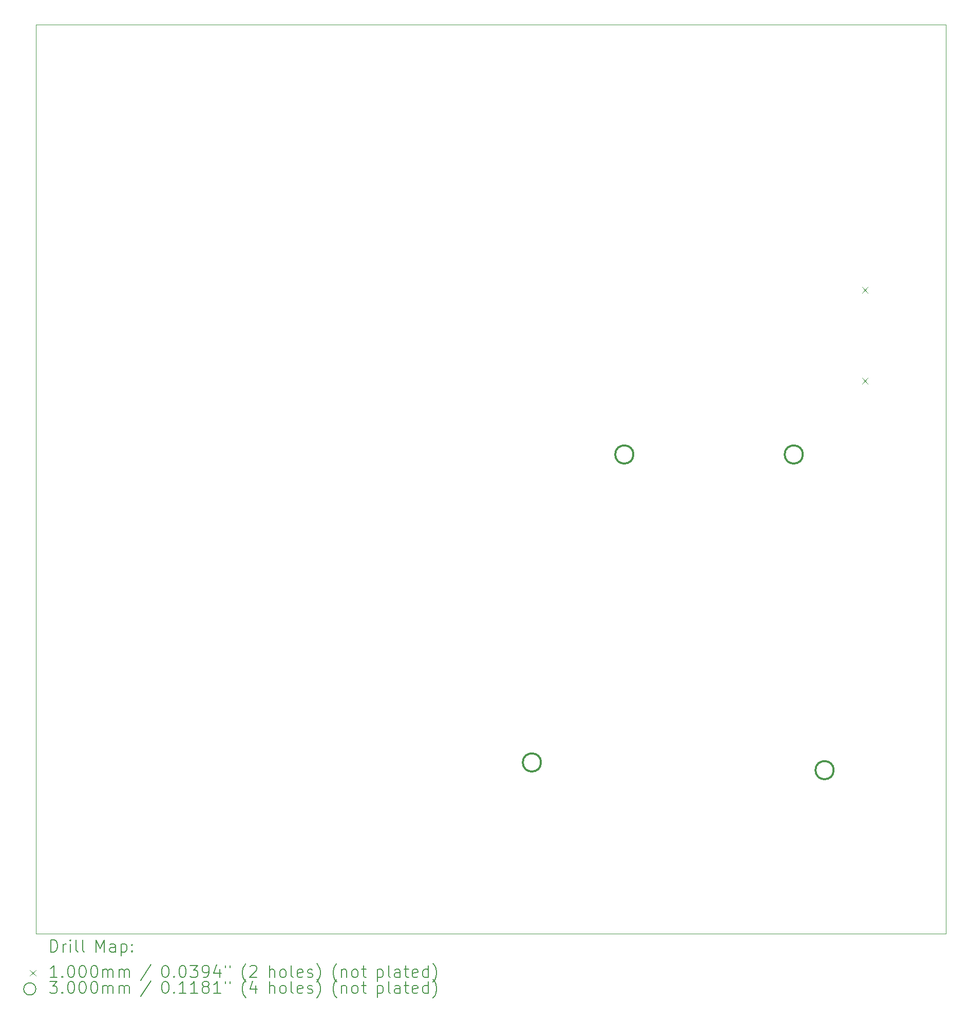
<source format=gbr>
%TF.GenerationSoftware,KiCad,Pcbnew,(7.0.0-0)*%
%TF.CreationDate,2024-05-06T17:20:06-04:00*%
%TF.ProjectId,BFieldArduino,42466965-6c64-4417-9264-75696e6f2e6b,rev?*%
%TF.SameCoordinates,Original*%
%TF.FileFunction,Drillmap*%
%TF.FilePolarity,Positive*%
%FSLAX45Y45*%
G04 Gerber Fmt 4.5, Leading zero omitted, Abs format (unit mm)*
G04 Created by KiCad (PCBNEW (7.0.0-0)) date 2024-05-06 17:20:06*
%MOMM*%
%LPD*%
G01*
G04 APERTURE LIST*
%ADD10C,0.100000*%
%ADD11C,0.200000*%
%ADD12C,0.300000*%
G04 APERTURE END LIST*
D10*
X7300000Y-1300000D02*
X22300000Y-1300000D01*
X22300000Y-1300000D02*
X22300000Y-16300000D01*
X22300000Y-16300000D02*
X7300000Y-16300000D01*
X7300000Y-16300000D02*
X7300000Y-1300000D01*
D11*
D10*
X20916000Y-5628000D02*
X21016000Y-5728000D01*
X21016000Y-5628000D02*
X20916000Y-5728000D01*
X20916000Y-7128000D02*
X21016000Y-7228000D01*
X21016000Y-7128000D02*
X20916000Y-7228000D01*
D12*
X15624000Y-13473000D02*
G75*
G03*
X15624000Y-13473000I-150000J0D01*
G01*
X17148000Y-8393000D02*
G75*
G03*
X17148000Y-8393000I-150000J0D01*
G01*
X19942000Y-8393000D02*
G75*
G03*
X19942000Y-8393000I-150000J0D01*
G01*
X20450000Y-13600000D02*
G75*
G03*
X20450000Y-13600000I-150000J0D01*
G01*
D11*
X7542619Y-16598476D02*
X7542619Y-16398476D01*
X7542619Y-16398476D02*
X7590238Y-16398476D01*
X7590238Y-16398476D02*
X7618809Y-16408000D01*
X7618809Y-16408000D02*
X7637857Y-16427048D01*
X7637857Y-16427048D02*
X7647381Y-16446095D01*
X7647381Y-16446095D02*
X7656905Y-16484190D01*
X7656905Y-16484190D02*
X7656905Y-16512762D01*
X7656905Y-16512762D02*
X7647381Y-16550857D01*
X7647381Y-16550857D02*
X7637857Y-16569905D01*
X7637857Y-16569905D02*
X7618809Y-16588952D01*
X7618809Y-16588952D02*
X7590238Y-16598476D01*
X7590238Y-16598476D02*
X7542619Y-16598476D01*
X7742619Y-16598476D02*
X7742619Y-16465143D01*
X7742619Y-16503238D02*
X7752143Y-16484190D01*
X7752143Y-16484190D02*
X7761667Y-16474667D01*
X7761667Y-16474667D02*
X7780714Y-16465143D01*
X7780714Y-16465143D02*
X7799762Y-16465143D01*
X7866428Y-16598476D02*
X7866428Y-16465143D01*
X7866428Y-16398476D02*
X7856905Y-16408000D01*
X7856905Y-16408000D02*
X7866428Y-16417524D01*
X7866428Y-16417524D02*
X7875952Y-16408000D01*
X7875952Y-16408000D02*
X7866428Y-16398476D01*
X7866428Y-16398476D02*
X7866428Y-16417524D01*
X7990238Y-16598476D02*
X7971190Y-16588952D01*
X7971190Y-16588952D02*
X7961667Y-16569905D01*
X7961667Y-16569905D02*
X7961667Y-16398476D01*
X8095000Y-16598476D02*
X8075952Y-16588952D01*
X8075952Y-16588952D02*
X8066428Y-16569905D01*
X8066428Y-16569905D02*
X8066428Y-16398476D01*
X8291190Y-16598476D02*
X8291190Y-16398476D01*
X8291190Y-16398476D02*
X8357857Y-16541333D01*
X8357857Y-16541333D02*
X8424524Y-16398476D01*
X8424524Y-16398476D02*
X8424524Y-16598476D01*
X8605476Y-16598476D02*
X8605476Y-16493714D01*
X8605476Y-16493714D02*
X8595952Y-16474667D01*
X8595952Y-16474667D02*
X8576905Y-16465143D01*
X8576905Y-16465143D02*
X8538809Y-16465143D01*
X8538809Y-16465143D02*
X8519762Y-16474667D01*
X8605476Y-16588952D02*
X8586429Y-16598476D01*
X8586429Y-16598476D02*
X8538809Y-16598476D01*
X8538809Y-16598476D02*
X8519762Y-16588952D01*
X8519762Y-16588952D02*
X8510238Y-16569905D01*
X8510238Y-16569905D02*
X8510238Y-16550857D01*
X8510238Y-16550857D02*
X8519762Y-16531809D01*
X8519762Y-16531809D02*
X8538809Y-16522286D01*
X8538809Y-16522286D02*
X8586429Y-16522286D01*
X8586429Y-16522286D02*
X8605476Y-16512762D01*
X8700714Y-16465143D02*
X8700714Y-16665143D01*
X8700714Y-16474667D02*
X8719762Y-16465143D01*
X8719762Y-16465143D02*
X8757857Y-16465143D01*
X8757857Y-16465143D02*
X8776905Y-16474667D01*
X8776905Y-16474667D02*
X8786429Y-16484190D01*
X8786429Y-16484190D02*
X8795952Y-16503238D01*
X8795952Y-16503238D02*
X8795952Y-16560381D01*
X8795952Y-16560381D02*
X8786429Y-16579428D01*
X8786429Y-16579428D02*
X8776905Y-16588952D01*
X8776905Y-16588952D02*
X8757857Y-16598476D01*
X8757857Y-16598476D02*
X8719762Y-16598476D01*
X8719762Y-16598476D02*
X8700714Y-16588952D01*
X8881667Y-16579428D02*
X8891190Y-16588952D01*
X8891190Y-16588952D02*
X8881667Y-16598476D01*
X8881667Y-16598476D02*
X8872143Y-16588952D01*
X8872143Y-16588952D02*
X8881667Y-16579428D01*
X8881667Y-16579428D02*
X8881667Y-16598476D01*
X8881667Y-16474667D02*
X8891190Y-16484190D01*
X8891190Y-16484190D02*
X8881667Y-16493714D01*
X8881667Y-16493714D02*
X8872143Y-16484190D01*
X8872143Y-16484190D02*
X8881667Y-16474667D01*
X8881667Y-16474667D02*
X8881667Y-16493714D01*
D10*
X7195000Y-16895000D02*
X7295000Y-16995000D01*
X7295000Y-16895000D02*
X7195000Y-16995000D01*
D11*
X7647381Y-17018476D02*
X7533095Y-17018476D01*
X7590238Y-17018476D02*
X7590238Y-16818476D01*
X7590238Y-16818476D02*
X7571190Y-16847048D01*
X7571190Y-16847048D02*
X7552143Y-16866095D01*
X7552143Y-16866095D02*
X7533095Y-16875619D01*
X7733095Y-16999429D02*
X7742619Y-17008952D01*
X7742619Y-17008952D02*
X7733095Y-17018476D01*
X7733095Y-17018476D02*
X7723571Y-17008952D01*
X7723571Y-17008952D02*
X7733095Y-16999429D01*
X7733095Y-16999429D02*
X7733095Y-17018476D01*
X7866428Y-16818476D02*
X7885476Y-16818476D01*
X7885476Y-16818476D02*
X7904524Y-16828000D01*
X7904524Y-16828000D02*
X7914048Y-16837524D01*
X7914048Y-16837524D02*
X7923571Y-16856571D01*
X7923571Y-16856571D02*
X7933095Y-16894667D01*
X7933095Y-16894667D02*
X7933095Y-16942286D01*
X7933095Y-16942286D02*
X7923571Y-16980381D01*
X7923571Y-16980381D02*
X7914048Y-16999429D01*
X7914048Y-16999429D02*
X7904524Y-17008952D01*
X7904524Y-17008952D02*
X7885476Y-17018476D01*
X7885476Y-17018476D02*
X7866428Y-17018476D01*
X7866428Y-17018476D02*
X7847381Y-17008952D01*
X7847381Y-17008952D02*
X7837857Y-16999429D01*
X7837857Y-16999429D02*
X7828333Y-16980381D01*
X7828333Y-16980381D02*
X7818809Y-16942286D01*
X7818809Y-16942286D02*
X7818809Y-16894667D01*
X7818809Y-16894667D02*
X7828333Y-16856571D01*
X7828333Y-16856571D02*
X7837857Y-16837524D01*
X7837857Y-16837524D02*
X7847381Y-16828000D01*
X7847381Y-16828000D02*
X7866428Y-16818476D01*
X8056905Y-16818476D02*
X8075952Y-16818476D01*
X8075952Y-16818476D02*
X8095000Y-16828000D01*
X8095000Y-16828000D02*
X8104524Y-16837524D01*
X8104524Y-16837524D02*
X8114048Y-16856571D01*
X8114048Y-16856571D02*
X8123571Y-16894667D01*
X8123571Y-16894667D02*
X8123571Y-16942286D01*
X8123571Y-16942286D02*
X8114048Y-16980381D01*
X8114048Y-16980381D02*
X8104524Y-16999429D01*
X8104524Y-16999429D02*
X8095000Y-17008952D01*
X8095000Y-17008952D02*
X8075952Y-17018476D01*
X8075952Y-17018476D02*
X8056905Y-17018476D01*
X8056905Y-17018476D02*
X8037857Y-17008952D01*
X8037857Y-17008952D02*
X8028333Y-16999429D01*
X8028333Y-16999429D02*
X8018809Y-16980381D01*
X8018809Y-16980381D02*
X8009286Y-16942286D01*
X8009286Y-16942286D02*
X8009286Y-16894667D01*
X8009286Y-16894667D02*
X8018809Y-16856571D01*
X8018809Y-16856571D02*
X8028333Y-16837524D01*
X8028333Y-16837524D02*
X8037857Y-16828000D01*
X8037857Y-16828000D02*
X8056905Y-16818476D01*
X8247381Y-16818476D02*
X8266429Y-16818476D01*
X8266429Y-16818476D02*
X8285476Y-16828000D01*
X8285476Y-16828000D02*
X8295000Y-16837524D01*
X8295000Y-16837524D02*
X8304524Y-16856571D01*
X8304524Y-16856571D02*
X8314048Y-16894667D01*
X8314048Y-16894667D02*
X8314048Y-16942286D01*
X8314048Y-16942286D02*
X8304524Y-16980381D01*
X8304524Y-16980381D02*
X8295000Y-16999429D01*
X8295000Y-16999429D02*
X8285476Y-17008952D01*
X8285476Y-17008952D02*
X8266429Y-17018476D01*
X8266429Y-17018476D02*
X8247381Y-17018476D01*
X8247381Y-17018476D02*
X8228333Y-17008952D01*
X8228333Y-17008952D02*
X8218809Y-16999429D01*
X8218809Y-16999429D02*
X8209286Y-16980381D01*
X8209286Y-16980381D02*
X8199762Y-16942286D01*
X8199762Y-16942286D02*
X8199762Y-16894667D01*
X8199762Y-16894667D02*
X8209286Y-16856571D01*
X8209286Y-16856571D02*
X8218809Y-16837524D01*
X8218809Y-16837524D02*
X8228333Y-16828000D01*
X8228333Y-16828000D02*
X8247381Y-16818476D01*
X8399762Y-17018476D02*
X8399762Y-16885143D01*
X8399762Y-16904190D02*
X8409286Y-16894667D01*
X8409286Y-16894667D02*
X8428333Y-16885143D01*
X8428333Y-16885143D02*
X8456905Y-16885143D01*
X8456905Y-16885143D02*
X8475952Y-16894667D01*
X8475952Y-16894667D02*
X8485476Y-16913714D01*
X8485476Y-16913714D02*
X8485476Y-17018476D01*
X8485476Y-16913714D02*
X8495000Y-16894667D01*
X8495000Y-16894667D02*
X8514048Y-16885143D01*
X8514048Y-16885143D02*
X8542619Y-16885143D01*
X8542619Y-16885143D02*
X8561667Y-16894667D01*
X8561667Y-16894667D02*
X8571191Y-16913714D01*
X8571191Y-16913714D02*
X8571191Y-17018476D01*
X8666429Y-17018476D02*
X8666429Y-16885143D01*
X8666429Y-16904190D02*
X8675952Y-16894667D01*
X8675952Y-16894667D02*
X8695000Y-16885143D01*
X8695000Y-16885143D02*
X8723572Y-16885143D01*
X8723572Y-16885143D02*
X8742619Y-16894667D01*
X8742619Y-16894667D02*
X8752143Y-16913714D01*
X8752143Y-16913714D02*
X8752143Y-17018476D01*
X8752143Y-16913714D02*
X8761667Y-16894667D01*
X8761667Y-16894667D02*
X8780714Y-16885143D01*
X8780714Y-16885143D02*
X8809286Y-16885143D01*
X8809286Y-16885143D02*
X8828333Y-16894667D01*
X8828333Y-16894667D02*
X8837857Y-16913714D01*
X8837857Y-16913714D02*
X8837857Y-17018476D01*
X9195952Y-16808952D02*
X9024524Y-17066095D01*
X9420714Y-16818476D02*
X9439762Y-16818476D01*
X9439762Y-16818476D02*
X9458810Y-16828000D01*
X9458810Y-16828000D02*
X9468333Y-16837524D01*
X9468333Y-16837524D02*
X9477857Y-16856571D01*
X9477857Y-16856571D02*
X9487381Y-16894667D01*
X9487381Y-16894667D02*
X9487381Y-16942286D01*
X9487381Y-16942286D02*
X9477857Y-16980381D01*
X9477857Y-16980381D02*
X9468333Y-16999429D01*
X9468333Y-16999429D02*
X9458810Y-17008952D01*
X9458810Y-17008952D02*
X9439762Y-17018476D01*
X9439762Y-17018476D02*
X9420714Y-17018476D01*
X9420714Y-17018476D02*
X9401667Y-17008952D01*
X9401667Y-17008952D02*
X9392143Y-16999429D01*
X9392143Y-16999429D02*
X9382619Y-16980381D01*
X9382619Y-16980381D02*
X9373095Y-16942286D01*
X9373095Y-16942286D02*
X9373095Y-16894667D01*
X9373095Y-16894667D02*
X9382619Y-16856571D01*
X9382619Y-16856571D02*
X9392143Y-16837524D01*
X9392143Y-16837524D02*
X9401667Y-16828000D01*
X9401667Y-16828000D02*
X9420714Y-16818476D01*
X9573095Y-16999429D02*
X9582619Y-17008952D01*
X9582619Y-17008952D02*
X9573095Y-17018476D01*
X9573095Y-17018476D02*
X9563572Y-17008952D01*
X9563572Y-17008952D02*
X9573095Y-16999429D01*
X9573095Y-16999429D02*
X9573095Y-17018476D01*
X9706429Y-16818476D02*
X9725476Y-16818476D01*
X9725476Y-16818476D02*
X9744524Y-16828000D01*
X9744524Y-16828000D02*
X9754048Y-16837524D01*
X9754048Y-16837524D02*
X9763572Y-16856571D01*
X9763572Y-16856571D02*
X9773095Y-16894667D01*
X9773095Y-16894667D02*
X9773095Y-16942286D01*
X9773095Y-16942286D02*
X9763572Y-16980381D01*
X9763572Y-16980381D02*
X9754048Y-16999429D01*
X9754048Y-16999429D02*
X9744524Y-17008952D01*
X9744524Y-17008952D02*
X9725476Y-17018476D01*
X9725476Y-17018476D02*
X9706429Y-17018476D01*
X9706429Y-17018476D02*
X9687381Y-17008952D01*
X9687381Y-17008952D02*
X9677857Y-16999429D01*
X9677857Y-16999429D02*
X9668333Y-16980381D01*
X9668333Y-16980381D02*
X9658810Y-16942286D01*
X9658810Y-16942286D02*
X9658810Y-16894667D01*
X9658810Y-16894667D02*
X9668333Y-16856571D01*
X9668333Y-16856571D02*
X9677857Y-16837524D01*
X9677857Y-16837524D02*
X9687381Y-16828000D01*
X9687381Y-16828000D02*
X9706429Y-16818476D01*
X9839762Y-16818476D02*
X9963572Y-16818476D01*
X9963572Y-16818476D02*
X9896905Y-16894667D01*
X9896905Y-16894667D02*
X9925476Y-16894667D01*
X9925476Y-16894667D02*
X9944524Y-16904190D01*
X9944524Y-16904190D02*
X9954048Y-16913714D01*
X9954048Y-16913714D02*
X9963572Y-16932762D01*
X9963572Y-16932762D02*
X9963572Y-16980381D01*
X9963572Y-16980381D02*
X9954048Y-16999429D01*
X9954048Y-16999429D02*
X9944524Y-17008952D01*
X9944524Y-17008952D02*
X9925476Y-17018476D01*
X9925476Y-17018476D02*
X9868333Y-17018476D01*
X9868333Y-17018476D02*
X9849286Y-17008952D01*
X9849286Y-17008952D02*
X9839762Y-16999429D01*
X10058810Y-17018476D02*
X10096905Y-17018476D01*
X10096905Y-17018476D02*
X10115953Y-17008952D01*
X10115953Y-17008952D02*
X10125476Y-16999429D01*
X10125476Y-16999429D02*
X10144524Y-16970857D01*
X10144524Y-16970857D02*
X10154048Y-16932762D01*
X10154048Y-16932762D02*
X10154048Y-16856571D01*
X10154048Y-16856571D02*
X10144524Y-16837524D01*
X10144524Y-16837524D02*
X10135000Y-16828000D01*
X10135000Y-16828000D02*
X10115953Y-16818476D01*
X10115953Y-16818476D02*
X10077857Y-16818476D01*
X10077857Y-16818476D02*
X10058810Y-16828000D01*
X10058810Y-16828000D02*
X10049286Y-16837524D01*
X10049286Y-16837524D02*
X10039762Y-16856571D01*
X10039762Y-16856571D02*
X10039762Y-16904190D01*
X10039762Y-16904190D02*
X10049286Y-16923238D01*
X10049286Y-16923238D02*
X10058810Y-16932762D01*
X10058810Y-16932762D02*
X10077857Y-16942286D01*
X10077857Y-16942286D02*
X10115953Y-16942286D01*
X10115953Y-16942286D02*
X10135000Y-16932762D01*
X10135000Y-16932762D02*
X10144524Y-16923238D01*
X10144524Y-16923238D02*
X10154048Y-16904190D01*
X10325476Y-16885143D02*
X10325476Y-17018476D01*
X10277857Y-16808952D02*
X10230238Y-16951810D01*
X10230238Y-16951810D02*
X10354048Y-16951810D01*
X10420714Y-16818476D02*
X10420714Y-16856571D01*
X10496905Y-16818476D02*
X10496905Y-16856571D01*
X10759762Y-17094667D02*
X10750238Y-17085143D01*
X10750238Y-17085143D02*
X10731191Y-17056571D01*
X10731191Y-17056571D02*
X10721667Y-17037524D01*
X10721667Y-17037524D02*
X10712143Y-17008952D01*
X10712143Y-17008952D02*
X10702619Y-16961333D01*
X10702619Y-16961333D02*
X10702619Y-16923238D01*
X10702619Y-16923238D02*
X10712143Y-16875619D01*
X10712143Y-16875619D02*
X10721667Y-16847048D01*
X10721667Y-16847048D02*
X10731191Y-16828000D01*
X10731191Y-16828000D02*
X10750238Y-16799429D01*
X10750238Y-16799429D02*
X10759762Y-16789905D01*
X10826429Y-16837524D02*
X10835953Y-16828000D01*
X10835953Y-16828000D02*
X10855000Y-16818476D01*
X10855000Y-16818476D02*
X10902619Y-16818476D01*
X10902619Y-16818476D02*
X10921667Y-16828000D01*
X10921667Y-16828000D02*
X10931191Y-16837524D01*
X10931191Y-16837524D02*
X10940714Y-16856571D01*
X10940714Y-16856571D02*
X10940714Y-16875619D01*
X10940714Y-16875619D02*
X10931191Y-16904190D01*
X10931191Y-16904190D02*
X10816905Y-17018476D01*
X10816905Y-17018476D02*
X10940714Y-17018476D01*
X11146429Y-17018476D02*
X11146429Y-16818476D01*
X11232143Y-17018476D02*
X11232143Y-16913714D01*
X11232143Y-16913714D02*
X11222619Y-16894667D01*
X11222619Y-16894667D02*
X11203572Y-16885143D01*
X11203572Y-16885143D02*
X11175000Y-16885143D01*
X11175000Y-16885143D02*
X11155953Y-16894667D01*
X11155953Y-16894667D02*
X11146429Y-16904190D01*
X11355952Y-17018476D02*
X11336905Y-17008952D01*
X11336905Y-17008952D02*
X11327381Y-16999429D01*
X11327381Y-16999429D02*
X11317857Y-16980381D01*
X11317857Y-16980381D02*
X11317857Y-16923238D01*
X11317857Y-16923238D02*
X11327381Y-16904190D01*
X11327381Y-16904190D02*
X11336905Y-16894667D01*
X11336905Y-16894667D02*
X11355952Y-16885143D01*
X11355952Y-16885143D02*
X11384524Y-16885143D01*
X11384524Y-16885143D02*
X11403572Y-16894667D01*
X11403572Y-16894667D02*
X11413095Y-16904190D01*
X11413095Y-16904190D02*
X11422619Y-16923238D01*
X11422619Y-16923238D02*
X11422619Y-16980381D01*
X11422619Y-16980381D02*
X11413095Y-16999429D01*
X11413095Y-16999429D02*
X11403572Y-17008952D01*
X11403572Y-17008952D02*
X11384524Y-17018476D01*
X11384524Y-17018476D02*
X11355952Y-17018476D01*
X11536905Y-17018476D02*
X11517857Y-17008952D01*
X11517857Y-17008952D02*
X11508333Y-16989905D01*
X11508333Y-16989905D02*
X11508333Y-16818476D01*
X11689286Y-17008952D02*
X11670238Y-17018476D01*
X11670238Y-17018476D02*
X11632143Y-17018476D01*
X11632143Y-17018476D02*
X11613095Y-17008952D01*
X11613095Y-17008952D02*
X11603572Y-16989905D01*
X11603572Y-16989905D02*
X11603572Y-16913714D01*
X11603572Y-16913714D02*
X11613095Y-16894667D01*
X11613095Y-16894667D02*
X11632143Y-16885143D01*
X11632143Y-16885143D02*
X11670238Y-16885143D01*
X11670238Y-16885143D02*
X11689286Y-16894667D01*
X11689286Y-16894667D02*
X11698810Y-16913714D01*
X11698810Y-16913714D02*
X11698810Y-16932762D01*
X11698810Y-16932762D02*
X11603572Y-16951810D01*
X11775000Y-17008952D02*
X11794048Y-17018476D01*
X11794048Y-17018476D02*
X11832143Y-17018476D01*
X11832143Y-17018476D02*
X11851191Y-17008952D01*
X11851191Y-17008952D02*
X11860714Y-16989905D01*
X11860714Y-16989905D02*
X11860714Y-16980381D01*
X11860714Y-16980381D02*
X11851191Y-16961333D01*
X11851191Y-16961333D02*
X11832143Y-16951810D01*
X11832143Y-16951810D02*
X11803572Y-16951810D01*
X11803572Y-16951810D02*
X11784524Y-16942286D01*
X11784524Y-16942286D02*
X11775000Y-16923238D01*
X11775000Y-16923238D02*
X11775000Y-16913714D01*
X11775000Y-16913714D02*
X11784524Y-16894667D01*
X11784524Y-16894667D02*
X11803572Y-16885143D01*
X11803572Y-16885143D02*
X11832143Y-16885143D01*
X11832143Y-16885143D02*
X11851191Y-16894667D01*
X11927381Y-17094667D02*
X11936905Y-17085143D01*
X11936905Y-17085143D02*
X11955953Y-17056571D01*
X11955953Y-17056571D02*
X11965476Y-17037524D01*
X11965476Y-17037524D02*
X11975000Y-17008952D01*
X11975000Y-17008952D02*
X11984524Y-16961333D01*
X11984524Y-16961333D02*
X11984524Y-16923238D01*
X11984524Y-16923238D02*
X11975000Y-16875619D01*
X11975000Y-16875619D02*
X11965476Y-16847048D01*
X11965476Y-16847048D02*
X11955953Y-16828000D01*
X11955953Y-16828000D02*
X11936905Y-16799429D01*
X11936905Y-16799429D02*
X11927381Y-16789905D01*
X12256905Y-17094667D02*
X12247381Y-17085143D01*
X12247381Y-17085143D02*
X12228333Y-17056571D01*
X12228333Y-17056571D02*
X12218810Y-17037524D01*
X12218810Y-17037524D02*
X12209286Y-17008952D01*
X12209286Y-17008952D02*
X12199762Y-16961333D01*
X12199762Y-16961333D02*
X12199762Y-16923238D01*
X12199762Y-16923238D02*
X12209286Y-16875619D01*
X12209286Y-16875619D02*
X12218810Y-16847048D01*
X12218810Y-16847048D02*
X12228333Y-16828000D01*
X12228333Y-16828000D02*
X12247381Y-16799429D01*
X12247381Y-16799429D02*
X12256905Y-16789905D01*
X12333095Y-16885143D02*
X12333095Y-17018476D01*
X12333095Y-16904190D02*
X12342619Y-16894667D01*
X12342619Y-16894667D02*
X12361667Y-16885143D01*
X12361667Y-16885143D02*
X12390238Y-16885143D01*
X12390238Y-16885143D02*
X12409286Y-16894667D01*
X12409286Y-16894667D02*
X12418810Y-16913714D01*
X12418810Y-16913714D02*
X12418810Y-17018476D01*
X12542619Y-17018476D02*
X12523572Y-17008952D01*
X12523572Y-17008952D02*
X12514048Y-16999429D01*
X12514048Y-16999429D02*
X12504524Y-16980381D01*
X12504524Y-16980381D02*
X12504524Y-16923238D01*
X12504524Y-16923238D02*
X12514048Y-16904190D01*
X12514048Y-16904190D02*
X12523572Y-16894667D01*
X12523572Y-16894667D02*
X12542619Y-16885143D01*
X12542619Y-16885143D02*
X12571191Y-16885143D01*
X12571191Y-16885143D02*
X12590238Y-16894667D01*
X12590238Y-16894667D02*
X12599762Y-16904190D01*
X12599762Y-16904190D02*
X12609286Y-16923238D01*
X12609286Y-16923238D02*
X12609286Y-16980381D01*
X12609286Y-16980381D02*
X12599762Y-16999429D01*
X12599762Y-16999429D02*
X12590238Y-17008952D01*
X12590238Y-17008952D02*
X12571191Y-17018476D01*
X12571191Y-17018476D02*
X12542619Y-17018476D01*
X12666429Y-16885143D02*
X12742619Y-16885143D01*
X12695000Y-16818476D02*
X12695000Y-16989905D01*
X12695000Y-16989905D02*
X12704524Y-17008952D01*
X12704524Y-17008952D02*
X12723572Y-17018476D01*
X12723572Y-17018476D02*
X12742619Y-17018476D01*
X12929286Y-16885143D02*
X12929286Y-17085143D01*
X12929286Y-16894667D02*
X12948333Y-16885143D01*
X12948333Y-16885143D02*
X12986429Y-16885143D01*
X12986429Y-16885143D02*
X13005476Y-16894667D01*
X13005476Y-16894667D02*
X13015000Y-16904190D01*
X13015000Y-16904190D02*
X13024524Y-16923238D01*
X13024524Y-16923238D02*
X13024524Y-16980381D01*
X13024524Y-16980381D02*
X13015000Y-16999429D01*
X13015000Y-16999429D02*
X13005476Y-17008952D01*
X13005476Y-17008952D02*
X12986429Y-17018476D01*
X12986429Y-17018476D02*
X12948333Y-17018476D01*
X12948333Y-17018476D02*
X12929286Y-17008952D01*
X13138810Y-17018476D02*
X13119762Y-17008952D01*
X13119762Y-17008952D02*
X13110238Y-16989905D01*
X13110238Y-16989905D02*
X13110238Y-16818476D01*
X13300714Y-17018476D02*
X13300714Y-16913714D01*
X13300714Y-16913714D02*
X13291191Y-16894667D01*
X13291191Y-16894667D02*
X13272143Y-16885143D01*
X13272143Y-16885143D02*
X13234048Y-16885143D01*
X13234048Y-16885143D02*
X13215000Y-16894667D01*
X13300714Y-17008952D02*
X13281667Y-17018476D01*
X13281667Y-17018476D02*
X13234048Y-17018476D01*
X13234048Y-17018476D02*
X13215000Y-17008952D01*
X13215000Y-17008952D02*
X13205476Y-16989905D01*
X13205476Y-16989905D02*
X13205476Y-16970857D01*
X13205476Y-16970857D02*
X13215000Y-16951810D01*
X13215000Y-16951810D02*
X13234048Y-16942286D01*
X13234048Y-16942286D02*
X13281667Y-16942286D01*
X13281667Y-16942286D02*
X13300714Y-16932762D01*
X13367381Y-16885143D02*
X13443572Y-16885143D01*
X13395953Y-16818476D02*
X13395953Y-16989905D01*
X13395953Y-16989905D02*
X13405476Y-17008952D01*
X13405476Y-17008952D02*
X13424524Y-17018476D01*
X13424524Y-17018476D02*
X13443572Y-17018476D01*
X13586429Y-17008952D02*
X13567381Y-17018476D01*
X13567381Y-17018476D02*
X13529286Y-17018476D01*
X13529286Y-17018476D02*
X13510238Y-17008952D01*
X13510238Y-17008952D02*
X13500714Y-16989905D01*
X13500714Y-16989905D02*
X13500714Y-16913714D01*
X13500714Y-16913714D02*
X13510238Y-16894667D01*
X13510238Y-16894667D02*
X13529286Y-16885143D01*
X13529286Y-16885143D02*
X13567381Y-16885143D01*
X13567381Y-16885143D02*
X13586429Y-16894667D01*
X13586429Y-16894667D02*
X13595953Y-16913714D01*
X13595953Y-16913714D02*
X13595953Y-16932762D01*
X13595953Y-16932762D02*
X13500714Y-16951810D01*
X13767381Y-17018476D02*
X13767381Y-16818476D01*
X13767381Y-17008952D02*
X13748334Y-17018476D01*
X13748334Y-17018476D02*
X13710238Y-17018476D01*
X13710238Y-17018476D02*
X13691191Y-17008952D01*
X13691191Y-17008952D02*
X13681667Y-16999429D01*
X13681667Y-16999429D02*
X13672143Y-16980381D01*
X13672143Y-16980381D02*
X13672143Y-16923238D01*
X13672143Y-16923238D02*
X13681667Y-16904190D01*
X13681667Y-16904190D02*
X13691191Y-16894667D01*
X13691191Y-16894667D02*
X13710238Y-16885143D01*
X13710238Y-16885143D02*
X13748334Y-16885143D01*
X13748334Y-16885143D02*
X13767381Y-16894667D01*
X13843572Y-17094667D02*
X13853095Y-17085143D01*
X13853095Y-17085143D02*
X13872143Y-17056571D01*
X13872143Y-17056571D02*
X13881667Y-17037524D01*
X13881667Y-17037524D02*
X13891191Y-17008952D01*
X13891191Y-17008952D02*
X13900714Y-16961333D01*
X13900714Y-16961333D02*
X13900714Y-16923238D01*
X13900714Y-16923238D02*
X13891191Y-16875619D01*
X13891191Y-16875619D02*
X13881667Y-16847048D01*
X13881667Y-16847048D02*
X13872143Y-16828000D01*
X13872143Y-16828000D02*
X13853095Y-16799429D01*
X13853095Y-16799429D02*
X13843572Y-16789905D01*
X7295000Y-17209000D02*
G75*
G03*
X7295000Y-17209000I-100000J0D01*
G01*
X7523571Y-17082476D02*
X7647381Y-17082476D01*
X7647381Y-17082476D02*
X7580714Y-17158667D01*
X7580714Y-17158667D02*
X7609286Y-17158667D01*
X7609286Y-17158667D02*
X7628333Y-17168190D01*
X7628333Y-17168190D02*
X7637857Y-17177714D01*
X7637857Y-17177714D02*
X7647381Y-17196762D01*
X7647381Y-17196762D02*
X7647381Y-17244381D01*
X7647381Y-17244381D02*
X7637857Y-17263429D01*
X7637857Y-17263429D02*
X7628333Y-17272952D01*
X7628333Y-17272952D02*
X7609286Y-17282476D01*
X7609286Y-17282476D02*
X7552143Y-17282476D01*
X7552143Y-17282476D02*
X7533095Y-17272952D01*
X7533095Y-17272952D02*
X7523571Y-17263429D01*
X7733095Y-17263429D02*
X7742619Y-17272952D01*
X7742619Y-17272952D02*
X7733095Y-17282476D01*
X7733095Y-17282476D02*
X7723571Y-17272952D01*
X7723571Y-17272952D02*
X7733095Y-17263429D01*
X7733095Y-17263429D02*
X7733095Y-17282476D01*
X7866428Y-17082476D02*
X7885476Y-17082476D01*
X7885476Y-17082476D02*
X7904524Y-17092000D01*
X7904524Y-17092000D02*
X7914048Y-17101524D01*
X7914048Y-17101524D02*
X7923571Y-17120571D01*
X7923571Y-17120571D02*
X7933095Y-17158667D01*
X7933095Y-17158667D02*
X7933095Y-17206286D01*
X7933095Y-17206286D02*
X7923571Y-17244381D01*
X7923571Y-17244381D02*
X7914048Y-17263429D01*
X7914048Y-17263429D02*
X7904524Y-17272952D01*
X7904524Y-17272952D02*
X7885476Y-17282476D01*
X7885476Y-17282476D02*
X7866428Y-17282476D01*
X7866428Y-17282476D02*
X7847381Y-17272952D01*
X7847381Y-17272952D02*
X7837857Y-17263429D01*
X7837857Y-17263429D02*
X7828333Y-17244381D01*
X7828333Y-17244381D02*
X7818809Y-17206286D01*
X7818809Y-17206286D02*
X7818809Y-17158667D01*
X7818809Y-17158667D02*
X7828333Y-17120571D01*
X7828333Y-17120571D02*
X7837857Y-17101524D01*
X7837857Y-17101524D02*
X7847381Y-17092000D01*
X7847381Y-17092000D02*
X7866428Y-17082476D01*
X8056905Y-17082476D02*
X8075952Y-17082476D01*
X8075952Y-17082476D02*
X8095000Y-17092000D01*
X8095000Y-17092000D02*
X8104524Y-17101524D01*
X8104524Y-17101524D02*
X8114048Y-17120571D01*
X8114048Y-17120571D02*
X8123571Y-17158667D01*
X8123571Y-17158667D02*
X8123571Y-17206286D01*
X8123571Y-17206286D02*
X8114048Y-17244381D01*
X8114048Y-17244381D02*
X8104524Y-17263429D01*
X8104524Y-17263429D02*
X8095000Y-17272952D01*
X8095000Y-17272952D02*
X8075952Y-17282476D01*
X8075952Y-17282476D02*
X8056905Y-17282476D01*
X8056905Y-17282476D02*
X8037857Y-17272952D01*
X8037857Y-17272952D02*
X8028333Y-17263429D01*
X8028333Y-17263429D02*
X8018809Y-17244381D01*
X8018809Y-17244381D02*
X8009286Y-17206286D01*
X8009286Y-17206286D02*
X8009286Y-17158667D01*
X8009286Y-17158667D02*
X8018809Y-17120571D01*
X8018809Y-17120571D02*
X8028333Y-17101524D01*
X8028333Y-17101524D02*
X8037857Y-17092000D01*
X8037857Y-17092000D02*
X8056905Y-17082476D01*
X8247381Y-17082476D02*
X8266429Y-17082476D01*
X8266429Y-17082476D02*
X8285476Y-17092000D01*
X8285476Y-17092000D02*
X8295000Y-17101524D01*
X8295000Y-17101524D02*
X8304524Y-17120571D01*
X8304524Y-17120571D02*
X8314048Y-17158667D01*
X8314048Y-17158667D02*
X8314048Y-17206286D01*
X8314048Y-17206286D02*
X8304524Y-17244381D01*
X8304524Y-17244381D02*
X8295000Y-17263429D01*
X8295000Y-17263429D02*
X8285476Y-17272952D01*
X8285476Y-17272952D02*
X8266429Y-17282476D01*
X8266429Y-17282476D02*
X8247381Y-17282476D01*
X8247381Y-17282476D02*
X8228333Y-17272952D01*
X8228333Y-17272952D02*
X8218809Y-17263429D01*
X8218809Y-17263429D02*
X8209286Y-17244381D01*
X8209286Y-17244381D02*
X8199762Y-17206286D01*
X8199762Y-17206286D02*
X8199762Y-17158667D01*
X8199762Y-17158667D02*
X8209286Y-17120571D01*
X8209286Y-17120571D02*
X8218809Y-17101524D01*
X8218809Y-17101524D02*
X8228333Y-17092000D01*
X8228333Y-17092000D02*
X8247381Y-17082476D01*
X8399762Y-17282476D02*
X8399762Y-17149143D01*
X8399762Y-17168190D02*
X8409286Y-17158667D01*
X8409286Y-17158667D02*
X8428333Y-17149143D01*
X8428333Y-17149143D02*
X8456905Y-17149143D01*
X8456905Y-17149143D02*
X8475952Y-17158667D01*
X8475952Y-17158667D02*
X8485476Y-17177714D01*
X8485476Y-17177714D02*
X8485476Y-17282476D01*
X8485476Y-17177714D02*
X8495000Y-17158667D01*
X8495000Y-17158667D02*
X8514048Y-17149143D01*
X8514048Y-17149143D02*
X8542619Y-17149143D01*
X8542619Y-17149143D02*
X8561667Y-17158667D01*
X8561667Y-17158667D02*
X8571191Y-17177714D01*
X8571191Y-17177714D02*
X8571191Y-17282476D01*
X8666429Y-17282476D02*
X8666429Y-17149143D01*
X8666429Y-17168190D02*
X8675952Y-17158667D01*
X8675952Y-17158667D02*
X8695000Y-17149143D01*
X8695000Y-17149143D02*
X8723572Y-17149143D01*
X8723572Y-17149143D02*
X8742619Y-17158667D01*
X8742619Y-17158667D02*
X8752143Y-17177714D01*
X8752143Y-17177714D02*
X8752143Y-17282476D01*
X8752143Y-17177714D02*
X8761667Y-17158667D01*
X8761667Y-17158667D02*
X8780714Y-17149143D01*
X8780714Y-17149143D02*
X8809286Y-17149143D01*
X8809286Y-17149143D02*
X8828333Y-17158667D01*
X8828333Y-17158667D02*
X8837857Y-17177714D01*
X8837857Y-17177714D02*
X8837857Y-17282476D01*
X9195952Y-17072952D02*
X9024524Y-17330095D01*
X9420714Y-17082476D02*
X9439762Y-17082476D01*
X9439762Y-17082476D02*
X9458810Y-17092000D01*
X9458810Y-17092000D02*
X9468333Y-17101524D01*
X9468333Y-17101524D02*
X9477857Y-17120571D01*
X9477857Y-17120571D02*
X9487381Y-17158667D01*
X9487381Y-17158667D02*
X9487381Y-17206286D01*
X9487381Y-17206286D02*
X9477857Y-17244381D01*
X9477857Y-17244381D02*
X9468333Y-17263429D01*
X9468333Y-17263429D02*
X9458810Y-17272952D01*
X9458810Y-17272952D02*
X9439762Y-17282476D01*
X9439762Y-17282476D02*
X9420714Y-17282476D01*
X9420714Y-17282476D02*
X9401667Y-17272952D01*
X9401667Y-17272952D02*
X9392143Y-17263429D01*
X9392143Y-17263429D02*
X9382619Y-17244381D01*
X9382619Y-17244381D02*
X9373095Y-17206286D01*
X9373095Y-17206286D02*
X9373095Y-17158667D01*
X9373095Y-17158667D02*
X9382619Y-17120571D01*
X9382619Y-17120571D02*
X9392143Y-17101524D01*
X9392143Y-17101524D02*
X9401667Y-17092000D01*
X9401667Y-17092000D02*
X9420714Y-17082476D01*
X9573095Y-17263429D02*
X9582619Y-17272952D01*
X9582619Y-17272952D02*
X9573095Y-17282476D01*
X9573095Y-17282476D02*
X9563572Y-17272952D01*
X9563572Y-17272952D02*
X9573095Y-17263429D01*
X9573095Y-17263429D02*
X9573095Y-17282476D01*
X9773095Y-17282476D02*
X9658810Y-17282476D01*
X9715952Y-17282476D02*
X9715952Y-17082476D01*
X9715952Y-17082476D02*
X9696905Y-17111048D01*
X9696905Y-17111048D02*
X9677857Y-17130095D01*
X9677857Y-17130095D02*
X9658810Y-17139619D01*
X9963572Y-17282476D02*
X9849286Y-17282476D01*
X9906429Y-17282476D02*
X9906429Y-17082476D01*
X9906429Y-17082476D02*
X9887381Y-17111048D01*
X9887381Y-17111048D02*
X9868333Y-17130095D01*
X9868333Y-17130095D02*
X9849286Y-17139619D01*
X10077857Y-17168190D02*
X10058810Y-17158667D01*
X10058810Y-17158667D02*
X10049286Y-17149143D01*
X10049286Y-17149143D02*
X10039762Y-17130095D01*
X10039762Y-17130095D02*
X10039762Y-17120571D01*
X10039762Y-17120571D02*
X10049286Y-17101524D01*
X10049286Y-17101524D02*
X10058810Y-17092000D01*
X10058810Y-17092000D02*
X10077857Y-17082476D01*
X10077857Y-17082476D02*
X10115953Y-17082476D01*
X10115953Y-17082476D02*
X10135000Y-17092000D01*
X10135000Y-17092000D02*
X10144524Y-17101524D01*
X10144524Y-17101524D02*
X10154048Y-17120571D01*
X10154048Y-17120571D02*
X10154048Y-17130095D01*
X10154048Y-17130095D02*
X10144524Y-17149143D01*
X10144524Y-17149143D02*
X10135000Y-17158667D01*
X10135000Y-17158667D02*
X10115953Y-17168190D01*
X10115953Y-17168190D02*
X10077857Y-17168190D01*
X10077857Y-17168190D02*
X10058810Y-17177714D01*
X10058810Y-17177714D02*
X10049286Y-17187238D01*
X10049286Y-17187238D02*
X10039762Y-17206286D01*
X10039762Y-17206286D02*
X10039762Y-17244381D01*
X10039762Y-17244381D02*
X10049286Y-17263429D01*
X10049286Y-17263429D02*
X10058810Y-17272952D01*
X10058810Y-17272952D02*
X10077857Y-17282476D01*
X10077857Y-17282476D02*
X10115953Y-17282476D01*
X10115953Y-17282476D02*
X10135000Y-17272952D01*
X10135000Y-17272952D02*
X10144524Y-17263429D01*
X10144524Y-17263429D02*
X10154048Y-17244381D01*
X10154048Y-17244381D02*
X10154048Y-17206286D01*
X10154048Y-17206286D02*
X10144524Y-17187238D01*
X10144524Y-17187238D02*
X10135000Y-17177714D01*
X10135000Y-17177714D02*
X10115953Y-17168190D01*
X10344524Y-17282476D02*
X10230238Y-17282476D01*
X10287381Y-17282476D02*
X10287381Y-17082476D01*
X10287381Y-17082476D02*
X10268333Y-17111048D01*
X10268333Y-17111048D02*
X10249286Y-17130095D01*
X10249286Y-17130095D02*
X10230238Y-17139619D01*
X10420714Y-17082476D02*
X10420714Y-17120571D01*
X10496905Y-17082476D02*
X10496905Y-17120571D01*
X10759762Y-17358667D02*
X10750238Y-17349143D01*
X10750238Y-17349143D02*
X10731191Y-17320571D01*
X10731191Y-17320571D02*
X10721667Y-17301524D01*
X10721667Y-17301524D02*
X10712143Y-17272952D01*
X10712143Y-17272952D02*
X10702619Y-17225333D01*
X10702619Y-17225333D02*
X10702619Y-17187238D01*
X10702619Y-17187238D02*
X10712143Y-17139619D01*
X10712143Y-17139619D02*
X10721667Y-17111048D01*
X10721667Y-17111048D02*
X10731191Y-17092000D01*
X10731191Y-17092000D02*
X10750238Y-17063429D01*
X10750238Y-17063429D02*
X10759762Y-17053905D01*
X10921667Y-17149143D02*
X10921667Y-17282476D01*
X10874048Y-17072952D02*
X10826429Y-17215810D01*
X10826429Y-17215810D02*
X10950238Y-17215810D01*
X11146429Y-17282476D02*
X11146429Y-17082476D01*
X11232143Y-17282476D02*
X11232143Y-17177714D01*
X11232143Y-17177714D02*
X11222619Y-17158667D01*
X11222619Y-17158667D02*
X11203572Y-17149143D01*
X11203572Y-17149143D02*
X11175000Y-17149143D01*
X11175000Y-17149143D02*
X11155953Y-17158667D01*
X11155953Y-17158667D02*
X11146429Y-17168190D01*
X11355952Y-17282476D02*
X11336905Y-17272952D01*
X11336905Y-17272952D02*
X11327381Y-17263429D01*
X11327381Y-17263429D02*
X11317857Y-17244381D01*
X11317857Y-17244381D02*
X11317857Y-17187238D01*
X11317857Y-17187238D02*
X11327381Y-17168190D01*
X11327381Y-17168190D02*
X11336905Y-17158667D01*
X11336905Y-17158667D02*
X11355952Y-17149143D01*
X11355952Y-17149143D02*
X11384524Y-17149143D01*
X11384524Y-17149143D02*
X11403572Y-17158667D01*
X11403572Y-17158667D02*
X11413095Y-17168190D01*
X11413095Y-17168190D02*
X11422619Y-17187238D01*
X11422619Y-17187238D02*
X11422619Y-17244381D01*
X11422619Y-17244381D02*
X11413095Y-17263429D01*
X11413095Y-17263429D02*
X11403572Y-17272952D01*
X11403572Y-17272952D02*
X11384524Y-17282476D01*
X11384524Y-17282476D02*
X11355952Y-17282476D01*
X11536905Y-17282476D02*
X11517857Y-17272952D01*
X11517857Y-17272952D02*
X11508333Y-17253905D01*
X11508333Y-17253905D02*
X11508333Y-17082476D01*
X11689286Y-17272952D02*
X11670238Y-17282476D01*
X11670238Y-17282476D02*
X11632143Y-17282476D01*
X11632143Y-17282476D02*
X11613095Y-17272952D01*
X11613095Y-17272952D02*
X11603572Y-17253905D01*
X11603572Y-17253905D02*
X11603572Y-17177714D01*
X11603572Y-17177714D02*
X11613095Y-17158667D01*
X11613095Y-17158667D02*
X11632143Y-17149143D01*
X11632143Y-17149143D02*
X11670238Y-17149143D01*
X11670238Y-17149143D02*
X11689286Y-17158667D01*
X11689286Y-17158667D02*
X11698810Y-17177714D01*
X11698810Y-17177714D02*
X11698810Y-17196762D01*
X11698810Y-17196762D02*
X11603572Y-17215810D01*
X11775000Y-17272952D02*
X11794048Y-17282476D01*
X11794048Y-17282476D02*
X11832143Y-17282476D01*
X11832143Y-17282476D02*
X11851191Y-17272952D01*
X11851191Y-17272952D02*
X11860714Y-17253905D01*
X11860714Y-17253905D02*
X11860714Y-17244381D01*
X11860714Y-17244381D02*
X11851191Y-17225333D01*
X11851191Y-17225333D02*
X11832143Y-17215810D01*
X11832143Y-17215810D02*
X11803572Y-17215810D01*
X11803572Y-17215810D02*
X11784524Y-17206286D01*
X11784524Y-17206286D02*
X11775000Y-17187238D01*
X11775000Y-17187238D02*
X11775000Y-17177714D01*
X11775000Y-17177714D02*
X11784524Y-17158667D01*
X11784524Y-17158667D02*
X11803572Y-17149143D01*
X11803572Y-17149143D02*
X11832143Y-17149143D01*
X11832143Y-17149143D02*
X11851191Y-17158667D01*
X11927381Y-17358667D02*
X11936905Y-17349143D01*
X11936905Y-17349143D02*
X11955953Y-17320571D01*
X11955953Y-17320571D02*
X11965476Y-17301524D01*
X11965476Y-17301524D02*
X11975000Y-17272952D01*
X11975000Y-17272952D02*
X11984524Y-17225333D01*
X11984524Y-17225333D02*
X11984524Y-17187238D01*
X11984524Y-17187238D02*
X11975000Y-17139619D01*
X11975000Y-17139619D02*
X11965476Y-17111048D01*
X11965476Y-17111048D02*
X11955953Y-17092000D01*
X11955953Y-17092000D02*
X11936905Y-17063429D01*
X11936905Y-17063429D02*
X11927381Y-17053905D01*
X12256905Y-17358667D02*
X12247381Y-17349143D01*
X12247381Y-17349143D02*
X12228333Y-17320571D01*
X12228333Y-17320571D02*
X12218810Y-17301524D01*
X12218810Y-17301524D02*
X12209286Y-17272952D01*
X12209286Y-17272952D02*
X12199762Y-17225333D01*
X12199762Y-17225333D02*
X12199762Y-17187238D01*
X12199762Y-17187238D02*
X12209286Y-17139619D01*
X12209286Y-17139619D02*
X12218810Y-17111048D01*
X12218810Y-17111048D02*
X12228333Y-17092000D01*
X12228333Y-17092000D02*
X12247381Y-17063429D01*
X12247381Y-17063429D02*
X12256905Y-17053905D01*
X12333095Y-17149143D02*
X12333095Y-17282476D01*
X12333095Y-17168190D02*
X12342619Y-17158667D01*
X12342619Y-17158667D02*
X12361667Y-17149143D01*
X12361667Y-17149143D02*
X12390238Y-17149143D01*
X12390238Y-17149143D02*
X12409286Y-17158667D01*
X12409286Y-17158667D02*
X12418810Y-17177714D01*
X12418810Y-17177714D02*
X12418810Y-17282476D01*
X12542619Y-17282476D02*
X12523572Y-17272952D01*
X12523572Y-17272952D02*
X12514048Y-17263429D01*
X12514048Y-17263429D02*
X12504524Y-17244381D01*
X12504524Y-17244381D02*
X12504524Y-17187238D01*
X12504524Y-17187238D02*
X12514048Y-17168190D01*
X12514048Y-17168190D02*
X12523572Y-17158667D01*
X12523572Y-17158667D02*
X12542619Y-17149143D01*
X12542619Y-17149143D02*
X12571191Y-17149143D01*
X12571191Y-17149143D02*
X12590238Y-17158667D01*
X12590238Y-17158667D02*
X12599762Y-17168190D01*
X12599762Y-17168190D02*
X12609286Y-17187238D01*
X12609286Y-17187238D02*
X12609286Y-17244381D01*
X12609286Y-17244381D02*
X12599762Y-17263429D01*
X12599762Y-17263429D02*
X12590238Y-17272952D01*
X12590238Y-17272952D02*
X12571191Y-17282476D01*
X12571191Y-17282476D02*
X12542619Y-17282476D01*
X12666429Y-17149143D02*
X12742619Y-17149143D01*
X12695000Y-17082476D02*
X12695000Y-17253905D01*
X12695000Y-17253905D02*
X12704524Y-17272952D01*
X12704524Y-17272952D02*
X12723572Y-17282476D01*
X12723572Y-17282476D02*
X12742619Y-17282476D01*
X12929286Y-17149143D02*
X12929286Y-17349143D01*
X12929286Y-17158667D02*
X12948333Y-17149143D01*
X12948333Y-17149143D02*
X12986429Y-17149143D01*
X12986429Y-17149143D02*
X13005476Y-17158667D01*
X13005476Y-17158667D02*
X13015000Y-17168190D01*
X13015000Y-17168190D02*
X13024524Y-17187238D01*
X13024524Y-17187238D02*
X13024524Y-17244381D01*
X13024524Y-17244381D02*
X13015000Y-17263429D01*
X13015000Y-17263429D02*
X13005476Y-17272952D01*
X13005476Y-17272952D02*
X12986429Y-17282476D01*
X12986429Y-17282476D02*
X12948333Y-17282476D01*
X12948333Y-17282476D02*
X12929286Y-17272952D01*
X13138810Y-17282476D02*
X13119762Y-17272952D01*
X13119762Y-17272952D02*
X13110238Y-17253905D01*
X13110238Y-17253905D02*
X13110238Y-17082476D01*
X13300714Y-17282476D02*
X13300714Y-17177714D01*
X13300714Y-17177714D02*
X13291191Y-17158667D01*
X13291191Y-17158667D02*
X13272143Y-17149143D01*
X13272143Y-17149143D02*
X13234048Y-17149143D01*
X13234048Y-17149143D02*
X13215000Y-17158667D01*
X13300714Y-17272952D02*
X13281667Y-17282476D01*
X13281667Y-17282476D02*
X13234048Y-17282476D01*
X13234048Y-17282476D02*
X13215000Y-17272952D01*
X13215000Y-17272952D02*
X13205476Y-17253905D01*
X13205476Y-17253905D02*
X13205476Y-17234857D01*
X13205476Y-17234857D02*
X13215000Y-17215810D01*
X13215000Y-17215810D02*
X13234048Y-17206286D01*
X13234048Y-17206286D02*
X13281667Y-17206286D01*
X13281667Y-17206286D02*
X13300714Y-17196762D01*
X13367381Y-17149143D02*
X13443572Y-17149143D01*
X13395953Y-17082476D02*
X13395953Y-17253905D01*
X13395953Y-17253905D02*
X13405476Y-17272952D01*
X13405476Y-17272952D02*
X13424524Y-17282476D01*
X13424524Y-17282476D02*
X13443572Y-17282476D01*
X13586429Y-17272952D02*
X13567381Y-17282476D01*
X13567381Y-17282476D02*
X13529286Y-17282476D01*
X13529286Y-17282476D02*
X13510238Y-17272952D01*
X13510238Y-17272952D02*
X13500714Y-17253905D01*
X13500714Y-17253905D02*
X13500714Y-17177714D01*
X13500714Y-17177714D02*
X13510238Y-17158667D01*
X13510238Y-17158667D02*
X13529286Y-17149143D01*
X13529286Y-17149143D02*
X13567381Y-17149143D01*
X13567381Y-17149143D02*
X13586429Y-17158667D01*
X13586429Y-17158667D02*
X13595953Y-17177714D01*
X13595953Y-17177714D02*
X13595953Y-17196762D01*
X13595953Y-17196762D02*
X13500714Y-17215810D01*
X13767381Y-17282476D02*
X13767381Y-17082476D01*
X13767381Y-17272952D02*
X13748334Y-17282476D01*
X13748334Y-17282476D02*
X13710238Y-17282476D01*
X13710238Y-17282476D02*
X13691191Y-17272952D01*
X13691191Y-17272952D02*
X13681667Y-17263429D01*
X13681667Y-17263429D02*
X13672143Y-17244381D01*
X13672143Y-17244381D02*
X13672143Y-17187238D01*
X13672143Y-17187238D02*
X13681667Y-17168190D01*
X13681667Y-17168190D02*
X13691191Y-17158667D01*
X13691191Y-17158667D02*
X13710238Y-17149143D01*
X13710238Y-17149143D02*
X13748334Y-17149143D01*
X13748334Y-17149143D02*
X13767381Y-17158667D01*
X13843572Y-17358667D02*
X13853095Y-17349143D01*
X13853095Y-17349143D02*
X13872143Y-17320571D01*
X13872143Y-17320571D02*
X13881667Y-17301524D01*
X13881667Y-17301524D02*
X13891191Y-17272952D01*
X13891191Y-17272952D02*
X13900714Y-17225333D01*
X13900714Y-17225333D02*
X13900714Y-17187238D01*
X13900714Y-17187238D02*
X13891191Y-17139619D01*
X13891191Y-17139619D02*
X13881667Y-17111048D01*
X13881667Y-17111048D02*
X13872143Y-17092000D01*
X13872143Y-17092000D02*
X13853095Y-17063429D01*
X13853095Y-17063429D02*
X13843572Y-17053905D01*
M02*

</source>
